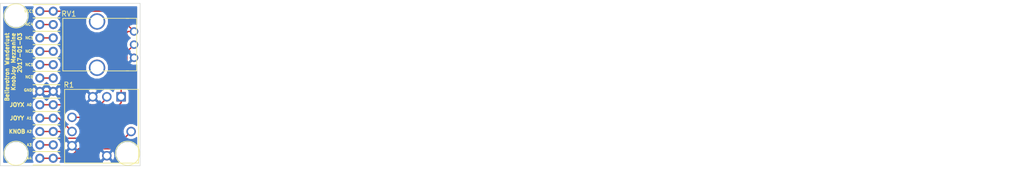
<source format=kicad_pcb>
(kicad_pcb (version 4) (host pcbnew 4.0.4-stable)

  (general
    (links 23)
    (no_connects 18)
    (area -0.050001 -31.537501 26.550001 -0.587499)
    (thickness 1.6)
    (drawings 18)
    (tracks 40)
    (zones 0)
    (modules 17)
    (nets 13)
  )

  (page A4)
  (layers
    (0 F.Cu signal)
    (31 B.Cu signal)
    (32 B.Adhes user)
    (33 F.Adhes user)
    (34 B.Paste user)
    (35 F.Paste user)
    (36 B.SilkS user)
    (37 F.SilkS user)
    (38 B.Mask user)
    (39 F.Mask user)
    (40 Dwgs.User user hide)
    (41 Cmts.User user)
    (42 Eco1.User user)
    (43 Eco2.User user)
    (44 Edge.Cuts user)
    (45 Margin user)
    (46 B.CrtYd user)
    (47 F.CrtYd user hide)
    (48 B.Fab user)
    (49 F.Fab user)
  )

  (setup
    (last_trace_width 0.25)
    (trace_clearance 0.2)
    (zone_clearance 0.508)
    (zone_45_only no)
    (trace_min 0.2)
    (segment_width 0.2)
    (edge_width 0.1)
    (via_size 0.6)
    (via_drill 0.4)
    (via_min_size 0.4)
    (via_min_drill 0.3)
    (uvia_size 0.3)
    (uvia_drill 0.1)
    (uvias_allowed no)
    (uvia_min_size 0.2)
    (uvia_min_drill 0.1)
    (pcb_text_width 0.3)
    (pcb_text_size 1.5 1.5)
    (mod_edge_width 0.15)
    (mod_text_size 1 1)
    (mod_text_width 0.15)
    (pad_size 3.3 3.3)
    (pad_drill 3.3)
    (pad_to_mask_clearance 0)
    (aux_axis_origin 0 0)
    (grid_origin 7.493 -29.9974)
    (visible_elements 7FFEFFFF)
    (pcbplotparams
      (layerselection 0x010fc_80000001)
      (usegerberextensions false)
      (excludeedgelayer true)
      (linewidth 0.100000)
      (plotframeref false)
      (viasonmask false)
      (mode 1)
      (useauxorigin false)
      (hpglpennumber 1)
      (hpglpenspeed 20)
      (hpglpendiameter 15)
      (hpglpenoverlay 2)
      (psnegative false)
      (psa4output false)
      (plotreference true)
      (plotvalue true)
      (plotinvisibletext false)
      (padsonsilk false)
      (subtractmaskfromsilk false)
      (outputformat 1)
      (mirror false)
      (drillshape 0)
      (scaleselection 1)
      (outputdirectory Believotron_Knobs_Gerber-2017-01-02/))
  )

  (net 0 "")
  (net 1 GND)
  (net 2 "Net-(A0-Pad1)")
  (net 3 "Net-(A1-Pad1)")
  (net 4 "Net-(A2-Pad1)")
  (net 5 "Net-(A3-Pad1)")
  (net 6 "Net-(A4-Pad1)")
  (net 7 "Net-(NC0-Pad1)")
  (net 8 "Net-(NC1-Pad1)")
  (net 9 "Net-(NC2-Pad1)")
  (net 10 "Net-(NC3-Pad1)")
  (net 11 "Net-(NC4-Pad1)")
  (net 12 VCC)

  (net_class Default "This is the default net class."
    (clearance 0.2)
    (trace_width 0.25)
    (via_dia 0.6)
    (via_drill 0.4)
    (uvia_dia 0.3)
    (uvia_drill 0.1)
    (add_net GND)
    (add_net "Net-(A0-Pad1)")
    (add_net "Net-(A1-Pad1)")
    (add_net "Net-(A2-Pad1)")
    (add_net "Net-(A3-Pad1)")
    (add_net "Net-(A4-Pad1)")
    (add_net "Net-(NC0-Pad1)")
    (add_net "Net-(NC1-Pad1)")
    (add_net "Net-(NC2-Pad1)")
    (add_net "Net-(NC3-Pad1)")
    (add_net "Net-(NC4-Pad1)")
    (add_net VCC)
  )

  (module Liberry:XY_JOY_254TA103B50B (layer F.Cu) (tedit 58685E56) (tstamp 586B0D4A)
    (at 20.193 -7.1374 270)
    (path /586AFA56)
    (fp_text reference R1 (at -8.86 7.2 360) (layer F.SilkS)
      (effects (font (size 1 1) (thickness 0.15)))
    )
    (fp_text value XYJOY (at 0 9 270) (layer F.Fab)
      (effects (font (size 1 1) (thickness 0.15)))
    )
    (fp_line (start 6 8) (end -8 8) (layer F.SilkS) (width 0.15))
    (fp_line (start 6 -6) (end 6 8) (layer F.SilkS) (width 0.15))
    (fp_line (start -8 -6) (end 6 -6) (layer F.SilkS) (width 0.15))
    (fp_line (start -8 8) (end -8 -6) (layer F.SilkS) (width 0.15))
    (pad R1.1 thru_hole rect (at -6.6 -2.7 270) (size 1.8 1.8) (drill 1.2) (layers *.Cu *.Mask)
      (net 12 VCC))
    (pad R1.2 thru_hole circle (at -6.6 0 270) (size 1.8 1.8) (drill 1.2) (layers *.Cu *.Mask)
      (net 2 "Net-(A0-Pad1)"))
    (pad R1.3 thru_hole circle (at -6.6 2.675 270) (size 1.8 1.8) (drill 1.2) (layers *.Cu *.Mask)
      (net 1 GND))
    (pad R2.1 thru_hole circle (at -2.7 6.6 270) (size 1.8 1.8) (drill 1.2) (layers *.Cu *.Mask)
      (net 12 VCC))
    (pad R2.2 thru_hole circle (at 0 6.6 270) (size 1.8 1.8) (drill 1.2) (layers *.Cu *.Mask)
      (net 3 "Net-(A1-Pad1)"))
    (pad R2.3 thru_hole circle (at 2.7 6.6 270) (size 1.8 1.8) (drill 1.2) (layers *.Cu *.Mask)
      (net 1 GND))
    (pad S1.1 thru_hole circle (at 4.6 0 270) (size 1.8 1.8) (drill 1.2) (layers *.Cu *.Mask)
      (net 1 GND))
    (pad S1.2 thru_hole circle (at 0 -4.6 270) (size 1.8 1.8) (drill 1.2) (layers *.Cu *.Mask)
      (net 6 "Net-(A4-Pad1)"))
  )

  (module Connect:1pin (layer F.Cu) (tedit 582F54D3) (tstamp 58336BF9)
    (at 24.13 -3)
    (descr "module 1 pin (ou trou mecanique de percage)")
    (tags DEV)
    (fp_text reference REF** (at 0 -3.048) (layer F.SilkS) hide
      (effects (font (size 1 1) (thickness 0.15)))
    )
    (fp_text value 1pin (at 0 2.794) (layer F.Fab)
      (effects (font (size 1 1) (thickness 0.15)))
    )
    (fp_circle (center 0 0) (end 0 -2.286) (layer F.SilkS) (width 0.15))
    (pad "" np_thru_hole circle (at 0 0) (size 3.3 3.3) (drill 3.3) (layers *.Cu *.Mask))
  )

  (module Liberry:TH_0.1_1x2_Jumper (layer F.Cu) (tedit 58684C64) (tstamp 586AD7B5)
    (at 7.493 -12.2174)
    (descr "10 pins through hole IDC header")
    (tags "IDC header socket VASCH")
    (path /58336F43)
    (fp_text reference A0 (at -2 0) (layer F.SilkS)
      (effects (font (size 0.5 0.5) (thickness 0.125)))
    )
    (fp_text value CONN_01X01 (at 0 2.54) (layer F.Fab)
      (effects (font (size 1 1) (thickness 0.15)))
    )
    (fp_line (start -1.27 1.27) (end 3.81 1.27) (layer F.SilkS) (width 0.15))
    (fp_line (start -1.27 -1.27) (end 3.81 -1.27) (layer F.SilkS) (width 0.15))
    (pad 1 thru_hole circle (at 0 0) (size 1.7272 1.7272) (drill 1.016) (layers *.Cu *.Mask)
      (net 2 "Net-(A0-Pad1)"))
    (pad 1 thru_hole circle (at 2.54 0) (size 1.7272 1.7272) (drill 1.016) (layers *.Cu *.Mask)
      (net 2 "Net-(A0-Pad1)"))
  )

  (module Liberry:TH_0.1_1x2_Jumper (layer F.Cu) (tedit 58684C64) (tstamp 586B0D1A)
    (at 7.493 -17.2974)
    (descr "10 pins through hole IDC header")
    (tags "IDC header socket VASCH")
    (path /586B0DC1)
    (fp_text reference NC0 (at -2 -0.2) (layer F.SilkS)
      (effects (font (size 0.5 0.5) (thickness 0.125)))
    )
    (fp_text value CONN_01X01 (at 0 2.54) (layer F.Fab)
      (effects (font (size 1 1) (thickness 0.15)))
    )
    (fp_line (start -1.27 1.27) (end 3.81 1.27) (layer F.SilkS) (width 0.15))
    (fp_line (start -1.27 -1.27) (end 3.81 -1.27) (layer F.SilkS) (width 0.15))
    (pad 1 thru_hole circle (at 0 0) (size 1.7272 1.7272) (drill 1.016) (layers *.Cu *.Mask)
      (net 7 "Net-(NC0-Pad1)"))
    (pad 1 thru_hole circle (at 2.54 0) (size 1.7272 1.7272) (drill 1.016) (layers *.Cu *.Mask)
      (net 7 "Net-(NC0-Pad1)"))
  )

  (module Liberry:TH_0.1_1x2_Jumper (layer F.Cu) (tedit 58684C64) (tstamp 586B0D22)
    (at 7.493 -19.8374)
    (descr "10 pins through hole IDC header")
    (tags "IDC header socket VASCH")
    (path /586B0E2A)
    (fp_text reference NC1 (at -2 0) (layer F.SilkS)
      (effects (font (size 0.5 0.5) (thickness 0.125)))
    )
    (fp_text value CONN_01X01 (at 0 2.54) (layer F.Fab)
      (effects (font (size 1 1) (thickness 0.15)))
    )
    (fp_line (start -1.27 1.27) (end 3.81 1.27) (layer F.SilkS) (width 0.15))
    (fp_line (start -1.27 -1.27) (end 3.81 -1.27) (layer F.SilkS) (width 0.15))
    (pad 1 thru_hole circle (at 0 0) (size 1.7272 1.7272) (drill 1.016) (layers *.Cu *.Mask)
      (net 8 "Net-(NC1-Pad1)"))
    (pad 1 thru_hole circle (at 2.54 0) (size 1.7272 1.7272) (drill 1.016) (layers *.Cu *.Mask)
      (net 8 "Net-(NC1-Pad1)"))
  )

  (module Connect:1pin (layer F.Cu) (tedit 582F54C7) (tstamp 582F547F)
    (at 3 -29.125)
    (descr "module 1 pin (ou trou mecanique de percage)")
    (tags DEV)
    (fp_text reference REF** (at 0 -3.048) (layer F.SilkS) hide
      (effects (font (size 1 1) (thickness 0.15)))
    )
    (fp_text value 1pin (at 0 2.794) (layer F.Fab)
      (effects (font (size 1 1) (thickness 0.15)))
    )
    (fp_circle (center 0 0) (end 0 -2.286) (layer F.SilkS) (width 0.15))
    (pad "" np_thru_hole circle (at 0 0) (size 3.3 3.3) (drill 3.3) (layers *.Cu *.Mask))
  )

  (module Connect:1pin (layer F.Cu) (tedit 582F54D3) (tstamp 582F5472)
    (at 3 -3)
    (descr "module 1 pin (ou trou mecanique de percage)")
    (tags DEV)
    (fp_text reference REF** (at 0 -3.048) (layer F.SilkS) hide
      (effects (font (size 1 1) (thickness 0.15)))
    )
    (fp_text value 1pin (at 0 2.794) (layer F.Fab)
      (effects (font (size 1 1) (thickness 0.15)))
    )
    (fp_circle (center 0 0) (end 0 -2.286) (layer F.SilkS) (width 0.15))
    (pad "" np_thru_hole circle (at 0 0) (size 3.3 3.3) (drill 3.3) (layers *.Cu *.Mask))
  )

  (module Liberry:TH_0.1_1x2_Jumper (layer F.Cu) (tedit 58684C64) (tstamp 586AD7BD)
    (at 7.493 -9.6774)
    (descr "10 pins through hole IDC header")
    (tags "IDC header socket VASCH")
    (path /5833717C)
    (fp_text reference A1 (at -2 0) (layer F.SilkS)
      (effects (font (size 0.5 0.5) (thickness 0.125)))
    )
    (fp_text value CONN_01X01 (at 0 2.54) (layer F.Fab)
      (effects (font (size 1 1) (thickness 0.15)))
    )
    (fp_line (start -1.27 1.27) (end 3.81 1.27) (layer F.SilkS) (width 0.15))
    (fp_line (start -1.27 -1.27) (end 3.81 -1.27) (layer F.SilkS) (width 0.15))
    (pad 1 thru_hole circle (at 0 0) (size 1.7272 1.7272) (drill 1.016) (layers *.Cu *.Mask)
      (net 3 "Net-(A1-Pad1)"))
    (pad 1 thru_hole circle (at 2.54 0) (size 1.7272 1.7272) (drill 1.016) (layers *.Cu *.Mask)
      (net 3 "Net-(A1-Pad1)"))
  )

  (module Liberry:TH_0.1_1x2_Jumper (layer F.Cu) (tedit 58684C64) (tstamp 586AD7C5)
    (at 7.493 -7.1374)
    (descr "10 pins through hole IDC header")
    (tags "IDC header socket VASCH")
    (path /58337609)
    (fp_text reference A2 (at -2 0) (layer F.SilkS)
      (effects (font (size 0.5 0.5) (thickness 0.125)))
    )
    (fp_text value CONN_01X01 (at 0 2.54) (layer F.Fab)
      (effects (font (size 1 1) (thickness 0.15)))
    )
    (fp_line (start -1.27 1.27) (end 3.81 1.27) (layer F.SilkS) (width 0.15))
    (fp_line (start -1.27 -1.27) (end 3.81 -1.27) (layer F.SilkS) (width 0.15))
    (pad 1 thru_hole circle (at 0 0) (size 1.7272 1.7272) (drill 1.016) (layers *.Cu *.Mask)
      (net 4 "Net-(A2-Pad1)"))
    (pad 1 thru_hole circle (at 2.54 0) (size 1.7272 1.7272) (drill 1.016) (layers *.Cu *.Mask)
      (net 4 "Net-(A2-Pad1)"))
  )

  (module Liberry:TH_0.1_1x2_Jumper (layer F.Cu) (tedit 58684C64) (tstamp 586AD7CD)
    (at 7.493 -4.5974)
    (descr "10 pins through hole IDC header")
    (tags "IDC header socket VASCH")
    (path /58337619)
    (fp_text reference A3 (at -2 0) (layer F.SilkS)
      (effects (font (size 0.5 0.5) (thickness 0.125)))
    )
    (fp_text value CONN_01X01 (at 0 2.54) (layer F.Fab)
      (effects (font (size 1 1) (thickness 0.15)))
    )
    (fp_line (start -1.27 1.27) (end 3.81 1.27) (layer F.SilkS) (width 0.15))
    (fp_line (start -1.27 -1.27) (end 3.81 -1.27) (layer F.SilkS) (width 0.15))
    (pad 1 thru_hole circle (at 0 0) (size 1.7272 1.7272) (drill 1.016) (layers *.Cu *.Mask)
      (net 5 "Net-(A3-Pad1)"))
    (pad 1 thru_hole circle (at 2.54 0) (size 1.7272 1.7272) (drill 1.016) (layers *.Cu *.Mask)
      (net 5 "Net-(A3-Pad1)"))
  )

  (module Liberry:TH_0.1_1x2_Jumper (layer F.Cu) (tedit 58684C64) (tstamp 586AD7D5)
    (at 7.493 -2.0574)
    (descr "10 pins through hole IDC header")
    (tags "IDC header socket VASCH")
    (path /58337C21)
    (fp_text reference A4 (at -2 0) (layer F.SilkS)
      (effects (font (size 0.5 0.5) (thickness 0.125)))
    )
    (fp_text value CONN_01X01 (at 0 2.54) (layer F.Fab)
      (effects (font (size 1 1) (thickness 0.15)))
    )
    (fp_line (start -1.27 1.27) (end 3.81 1.27) (layer F.SilkS) (width 0.15))
    (fp_line (start -1.27 -1.27) (end 3.81 -1.27) (layer F.SilkS) (width 0.15))
    (pad 1 thru_hole circle (at 0 0) (size 1.7272 1.7272) (drill 1.016) (layers *.Cu *.Mask)
      (net 6 "Net-(A4-Pad1)"))
    (pad 1 thru_hole circle (at 2.54 0) (size 1.7272 1.7272) (drill 1.016) (layers *.Cu *.Mask)
      (net 6 "Net-(A4-Pad1)"))
  )

  (module Liberry:TH_0.1_1x2_Jumper (layer F.Cu) (tedit 58684C64) (tstamp 586B0D12)
    (at 7.493 -14.7574)
    (descr "10 pins through hole IDC header")
    (tags "IDC header socket VASCH")
    (path /582EB90D)
    (fp_text reference GND1 (at -2 -0.24) (layer F.SilkS)
      (effects (font (size 0.5 0.5) (thickness 0.125)))
    )
    (fp_text value CONN_01X01 (at 0 2.54) (layer F.Fab)
      (effects (font (size 1 1) (thickness 0.15)))
    )
    (fp_line (start -1.27 1.27) (end 3.81 1.27) (layer F.SilkS) (width 0.15))
    (fp_line (start -1.27 -1.27) (end 3.81 -1.27) (layer F.SilkS) (width 0.15))
    (pad 1 thru_hole circle (at 0 0) (size 1.7272 1.7272) (drill 1.016) (layers *.Cu *.Mask)
      (net 1 GND))
    (pad 1 thru_hole circle (at 2.54 0) (size 1.7272 1.7272) (drill 1.016) (layers *.Cu *.Mask)
      (net 1 GND))
  )

  (module Liberry:TH_0.1_1x2_Jumper (layer F.Cu) (tedit 58684C64) (tstamp 586B0D2A)
    (at 7.493 -22.3774)
    (descr "10 pins through hole IDC header")
    (tags "IDC header socket VASCH")
    (path /586B0E63)
    (fp_text reference NC2 (at -2 0) (layer F.SilkS)
      (effects (font (size 0.5 0.5) (thickness 0.125)))
    )
    (fp_text value CONN_01X01 (at 0 2.54) (layer F.Fab)
      (effects (font (size 1 1) (thickness 0.15)))
    )
    (fp_line (start -1.27 1.27) (end 3.81 1.27) (layer F.SilkS) (width 0.15))
    (fp_line (start -1.27 -1.27) (end 3.81 -1.27) (layer F.SilkS) (width 0.15))
    (pad 1 thru_hole circle (at 0 0) (size 1.7272 1.7272) (drill 1.016) (layers *.Cu *.Mask)
      (net 9 "Net-(NC2-Pad1)"))
    (pad 1 thru_hole circle (at 2.54 0) (size 1.7272 1.7272) (drill 1.016) (layers *.Cu *.Mask)
      (net 9 "Net-(NC2-Pad1)"))
  )

  (module Liberry:TH_0.1_1x2_Jumper (layer F.Cu) (tedit 58684C64) (tstamp 586B0D32)
    (at 7.493 -24.9174)
    (descr "10 pins through hole IDC header")
    (tags "IDC header socket VASCH")
    (path /586B0E9B)
    (fp_text reference NC3 (at -2 0) (layer F.SilkS)
      (effects (font (size 0.5 0.5) (thickness 0.125)))
    )
    (fp_text value CONN_01X01 (at 0 2.54) (layer F.Fab)
      (effects (font (size 1 1) (thickness 0.15)))
    )
    (fp_line (start -1.27 1.27) (end 3.81 1.27) (layer F.SilkS) (width 0.15))
    (fp_line (start -1.27 -1.27) (end 3.81 -1.27) (layer F.SilkS) (width 0.15))
    (pad 1 thru_hole circle (at 0 0) (size 1.7272 1.7272) (drill 1.016) (layers *.Cu *.Mask)
      (net 10 "Net-(NC3-Pad1)"))
    (pad 1 thru_hole circle (at 2.54 0) (size 1.7272 1.7272) (drill 1.016) (layers *.Cu *.Mask)
      (net 10 "Net-(NC3-Pad1)"))
  )

  (module Liberry:TH_0.1_1x2_Jumper (layer F.Cu) (tedit 58684C64) (tstamp 586B0D3A)
    (at 7.493 -27.4574)
    (descr "10 pins through hole IDC header")
    (tags "IDC header socket VASCH")
    (path /586B0EF4)
    (fp_text reference NC4 (at -2 -0.04) (layer F.SilkS)
      (effects (font (size 0.5 0.5) (thickness 0.125)))
    )
    (fp_text value CONN_01X01 (at 0 2.54) (layer F.Fab)
      (effects (font (size 1 1) (thickness 0.15)))
    )
    (fp_line (start -1.27 1.27) (end 3.81 1.27) (layer F.SilkS) (width 0.15))
    (fp_line (start -1.27 -1.27) (end 3.81 -1.27) (layer F.SilkS) (width 0.15))
    (pad 1 thru_hole circle (at 0 0) (size 1.7272 1.7272) (drill 1.016) (layers *.Cu *.Mask)
      (net 11 "Net-(NC4-Pad1)"))
    (pad 1 thru_hole circle (at 2.54 0) (size 1.7272 1.7272) (drill 1.016) (layers *.Cu *.Mask)
      (net 11 "Net-(NC4-Pad1)"))
  )

  (module Liberry:TH_0.1_1x2_Jumper (layer F.Cu) (tedit 58684C64) (tstamp 586B0D62)
    (at 7.493 -29.9974)
    (descr "10 pins through hole IDC header")
    (tags "IDC header socket VASCH")
    (path /586B0577)
    (fp_text reference VCC1 (at -2 0) (layer F.SilkS)
      (effects (font (size 0.5 0.5) (thickness 0.125)))
    )
    (fp_text value CONN_01X01 (at 0 2.54) (layer F.Fab)
      (effects (font (size 1 1) (thickness 0.15)))
    )
    (fp_line (start -1.27 1.27) (end 3.81 1.27) (layer F.SilkS) (width 0.15))
    (fp_line (start -1.27 -1.27) (end 3.81 -1.27) (layer F.SilkS) (width 0.15))
    (pad 1 thru_hole circle (at 0 0) (size 1.7272 1.7272) (drill 1.016) (layers *.Cu *.Mask)
      (net 12 VCC))
    (pad 1 thru_hole circle (at 2.54 0) (size 1.7272 1.7272) (drill 1.016) (layers *.Cu *.Mask)
      (net 12 VCC))
  )

  (module Liberry:RV09AF-40-20K-B10K (layer F.Cu) (tedit 582DFFE1) (tstamp 586C15BD)
    (at 18.3388 -23.6474 90)
    (path /586C01BF)
    (fp_text reference RV1 (at 5.85 -5.3458 180) (layer F.SilkS)
      (effects (font (size 1 1) (thickness 0.15)))
    )
    (fp_text value POT (at 1 9.5052 90) (layer F.Fab)
      (effects (font (size 1 1) (thickness 0.15)))
    )
    (fp_line (start 7.5 -8.9948) (end -7.5 -8.9948) (layer F.CrtYd) (width 0.15))
    (fp_line (start 7.5 8.5052) (end 7.5 -8.9948) (layer F.CrtYd) (width 0.15))
    (fp_line (start -7.5 8.5052) (end 7.5 8.5052) (layer F.CrtYd) (width 0.15))
    (fp_line (start -7.5 -8.9948) (end -7.5 8.5052) (layer F.CrtYd) (width 0.15))
    (fp_line (start -5 7.5052) (end -5 5.5052) (layer F.SilkS) (width 0.15))
    (fp_line (start 5 7.5052) (end 5 5.5052) (layer F.SilkS) (width 0.15))
    (fp_line (start -5 6.0052) (end -5 -6.4948) (layer F.SilkS) (width 0.15))
    (fp_line (start 5 7.5052) (end -5 7.5052) (layer F.SilkS) (width 0.15))
    (fp_line (start 5 -6.4948) (end 5 6.0052) (layer F.SilkS) (width 0.15))
    (fp_line (start -5 -6.4948) (end 5 -6.4948) (layer F.SilkS) (width 0.15))
    (pad "" thru_hole circle (at -4.3942 0 90) (size 3.1 3.1) (drill 2.5) (layers *.Cu *.Mask))
    (pad "" thru_hole circle (at 4.3942 0 90) (size 3.1 3.1) (drill 2.5) (layers *.Cu *.Mask))
    (pad 3 thru_hole circle (at -2.5 7.0104 90) (size 1.6 1.6) (drill 1) (layers *.Cu *.Mask)
      (net 1 GND))
    (pad 2 thru_hole circle (at 0 7.0104 90) (size 1.6 1.6) (drill 1) (layers *.Cu *.Mask)
      (net 4 "Net-(A2-Pad1)"))
    (pad 1 thru_hole circle (at 2.5 7.0104 90) (size 1.6 1.6) (drill 1) (layers *.Cu *.Mask)
      (net 12 VCC))
  )

  (gr_text KNOB (at 3.175 -7.1374) (layer F.SilkS) (tstamp 586C16E4)
    (effects (font (size 0.75 0.75) (thickness 0.1875)))
  )
  (gr_text JOYY (at 3.175 -9.6774) (layer F.SilkS) (tstamp 586C16DD)
    (effects (font (size 0.75 0.75) (thickness 0.1875)))
  )
  (gr_text JOYX (at 3.175 -12.2174) (layer F.SilkS)
    (effects (font (size 0.75 0.75) (thickness 0.1875)))
  )
  (gr_text "Believotron Wanderlust\nKnobJoy Mezzanine\n2017-01-03" (at 2.493 -25.9974 90) (layer F.SilkS)
    (effects (font (size 0.75 0.75) (thickness 0.1875)) (justify right))
  )
  (gr_line (start 185.76 -32.1253) (end 25.76 -32.1253) (layer Dwgs.User) (width 0.2))
  (gr_line (start 25.76 -0.0001) (end 25.76 -32.1253) (layer Dwgs.User) (width 0.2))
  (gr_line (start 45.76 -32.1253) (end 45.76 -0.0001) (layer Dwgs.User) (width 0.2))
  (gr_line (start 65.76 -32.1253) (end 65.76 -0.0001) (layer Dwgs.User) (width 0.2))
  (gr_line (start 85.76 -0.0001) (end 85.76 -32.1253) (layer Dwgs.User) (width 0.2))
  (gr_line (start 105.76 -32.1253) (end 105.76 -0.0001) (layer Dwgs.User) (width 0.2))
  (gr_line (start 125.76 -0.0001) (end 125.76 -32.1253) (layer Dwgs.User) (width 0.2))
  (gr_line (start 145.76 -0.0001) (end 145.76 -32.1253) (layer Dwgs.User) (width 0.2))
  (gr_line (start 165.76 -0.0001) (end 165.76 -32.1253) (layer Dwgs.User) (width 0.2))
  (gr_line (start 185.76 -32.25) (end 185.76 0) (layer Dwgs.User) (width 0.2))
  (gr_line (start 26.5 -0.6375) (end 26.5 -31.4875) (layer Edge.Cuts) (width 0.1))
  (gr_line (start 0 -31.4875) (end 26.5 -31.4875) (layer Edge.Cuts) (width 0.1))
  (gr_line (start 0 -0.6375) (end 0 -31.4875) (layer Edge.Cuts) (width 0.1))
  (gr_line (start 0 -0.6375) (end 26.5 -0.6375) (layer Edge.Cuts) (width 0.1))

  (segment (start 7.493 -14.7574) (end 10.033 -14.7574) (width 0.25) (layer F.Cu) (net 1))
  (segment (start 20.193 -13.7374) (end 20.193 -13.4874) (width 0.25) (layer F.Cu) (net 2))
  (segment (start 20.193 -13.4874) (end 18.923 -12.2174) (width 0.25) (layer F.Cu) (net 2))
  (segment (start 18.923 -12.2174) (end 10.033 -12.2174) (width 0.25) (layer F.Cu) (net 2))
  (segment (start 7.493 -12.2174) (end 10.033 -12.2174) (width 0.25) (layer F.Cu) (net 2))
  (segment (start 13.593 -7.1374) (end 11.053 -9.6774) (width 0.25) (layer F.Cu) (net 3))
  (segment (start 11.053 -9.6774) (end 10.033 -9.6774) (width 0.25) (layer F.Cu) (net 3))
  (segment (start 7.493 -9.6774) (end 10.033 -9.6774) (width 0.25) (layer F.Cu) (net 3))
  (segment (start 25.3492 -23.6474) (end 24.003 -22.3012) (width 0.25) (layer F.Cu) (net 4))
  (segment (start 24.003 -16.7894) (end 25.273 -15.5194) (width 0.25) (layer F.Cu) (net 4))
  (segment (start 25.273 -15.5194) (end 25.273 -11.9634) (width 0.25) (layer F.Cu) (net 4))
  (segment (start 24.003 -22.3012) (end 24.003 -16.7894) (width 0.25) (layer F.Cu) (net 4))
  (segment (start 25.273 -11.9634) (end 19.177 -5.8674) (width 0.25) (layer F.Cu) (net 4))
  (segment (start 19.177 -5.8674) (end 12.573 -5.8674) (width 0.25) (layer F.Cu) (net 4))
  (segment (start 12.573 -5.8674) (end 11.303 -7.1374) (width 0.25) (layer F.Cu) (net 4))
  (segment (start 11.303 -7.1374) (end 10.033 -7.1374) (width 0.25) (layer F.Cu) (net 4))
  (segment (start 7.493 -7.1374) (end 10.033 -7.1374) (width 0.25) (layer F.Cu) (net 4))
  (segment (start 7.493 -4.5974) (end 10.033 -4.5974) (width 0.25) (layer F.Cu) (net 5))
  (segment (start 24.793 -7.1374) (end 21.504999 -3.849399) (width 0.25) (layer F.Cu) (net 6))
  (segment (start 21.504999 -3.849399) (end 14.818001 -3.849399) (width 0.25) (layer F.Cu) (net 6))
  (segment (start 14.818001 -3.849399) (end 13.026002 -2.0574) (width 0.25) (layer F.Cu) (net 6))
  (segment (start 13.026002 -2.0574) (end 11.254314 -2.0574) (width 0.25) (layer F.Cu) (net 6))
  (segment (start 11.254314 -2.0574) (end 10.033 -2.0574) (width 0.25) (layer F.Cu) (net 6))
  (segment (start 7.493 -2.0574) (end 10.033 -2.0574) (width 0.25) (layer F.Cu) (net 6))
  (segment (start 7.493 -17.2974) (end 10.033 -17.2974) (width 0.25) (layer F.Cu) (net 7))
  (segment (start 7.493 -19.8374) (end 10.033 -19.8374) (width 0.25) (layer F.Cu) (net 8))
  (segment (start 7.493 -22.3774) (end 10.033 -22.3774) (width 0.25) (layer F.Cu) (net 9))
  (segment (start 7.493 -24.9174) (end 10.033 -24.9174) (width 0.25) (layer F.Cu) (net 10))
  (segment (start 7.493 -27.4574) (end 10.033 -27.4574) (width 0.25) (layer F.Cu) (net 11))
  (segment (start 22.893 -13.7374) (end 22.893 -12.5874) (width 0.25) (layer F.Cu) (net 12))
  (segment (start 20.143 -9.8374) (end 14.865792 -9.8374) (width 0.25) (layer F.Cu) (net 12))
  (segment (start 22.893 -12.5874) (end 20.143 -9.8374) (width 0.25) (layer F.Cu) (net 12))
  (segment (start 14.865792 -9.8374) (end 13.593 -9.8374) (width 0.25) (layer F.Cu) (net 12))
  (segment (start 25.3492 -26.1474) (end 24.21783 -26.1474) (width 0.25) (layer F.Cu) (net 12))
  (segment (start 24.21783 -26.1474) (end 22.893 -24.82257) (width 0.25) (layer F.Cu) (net 12))
  (segment (start 22.893 -24.82257) (end 22.893 -14.8874) (width 0.25) (layer F.Cu) (net 12))
  (segment (start 22.893 -14.8874) (end 22.893 -13.7374) (width 0.25) (layer F.Cu) (net 12))
  (segment (start 10.033 -29.9974) (end 21.4992 -29.9974) (width 0.25) (layer F.Cu) (net 12))
  (segment (start 21.4992 -29.9974) (end 25.3492 -26.1474) (width 0.25) (layer F.Cu) (net 12))
  (segment (start 7.493 -29.9974) (end 10.033 -29.9974) (width 0.25) (layer F.Cu) (net 12))

  (zone (net 1) (net_name GND) (layer B.Cu) (tstamp 0) (hatch edge 0.508)
    (connect_pads (clearance 0.508))
    (min_thickness 0.254)
    (fill yes (arc_segments 16) (thermal_gap 0.508) (thermal_bridge_width 0.508))
    (polygon
      (pts
        (xy 0 0) (xy 193.96 0) (xy 193.96 -32.125) (xy 0 -32.125)
      )
    )
    (filled_polygon
      (pts
        (xy 1.064001 -30.421039) (xy 0.715397 -29.581509) (xy 0.714604 -28.672479) (xy 1.061742 -27.832342) (xy 1.703961 -27.189001)
        (xy 2.543491 -26.840397) (xy 3.452521 -26.839604) (xy 4.292658 -27.186742) (xy 4.935999 -27.828961) (xy 5.284603 -28.668491)
        (xy 5.285396 -29.577521) (xy 4.938258 -30.417658) (xy 4.554087 -30.8025) (xy 6.204647 -30.8025) (xy 5.994661 -30.296798)
        (xy 5.994141 -29.700618) (xy 6.221808 -29.14962) (xy 6.643003 -28.72769) (xy 6.643931 -28.727305) (xy 6.22329 -28.307397)
        (xy 5.994661 -27.756798) (xy 5.994141 -27.160618) (xy 6.221808 -26.60962) (xy 6.643003 -26.18769) (xy 6.643931 -26.187305)
        (xy 6.22329 -25.767397) (xy 5.994661 -25.216798) (xy 5.994141 -24.620618) (xy 6.221808 -24.06962) (xy 6.643003 -23.64769)
        (xy 6.643931 -23.647305) (xy 6.22329 -23.227397) (xy 5.994661 -22.676798) (xy 5.994141 -22.080618) (xy 6.221808 -21.52962)
        (xy 6.643003 -21.10769) (xy 6.643931 -21.107305) (xy 6.22329 -20.687397) (xy 5.994661 -20.136798) (xy 5.994141 -19.540618)
        (xy 6.221808 -18.98962) (xy 6.643003 -18.56769) (xy 6.643931 -18.567305) (xy 6.22329 -18.147397) (xy 5.994661 -17.596798)
        (xy 5.994141 -17.000618) (xy 6.221808 -16.44962) (xy 6.643003 -16.02769) (xy 6.683537 -16.010859) (xy 6.6188 -15.811205)
        (xy 7.493 -14.937005) (xy 8.3672 -15.811205) (xy 8.302601 -16.010433) (xy 8.34078 -16.026208) (xy 8.76271 -16.447403)
        (xy 8.763095 -16.448331) (xy 9.183003 -16.02769) (xy 9.223537 -16.010859) (xy 9.1588 -15.811205) (xy 10.033 -14.937005)
        (xy 10.9072 -15.811205) (xy 10.842601 -16.010433) (xy 10.88078 -16.026208) (xy 11.30271 -16.447403) (xy 11.531339 -16.998002)
        (xy 11.531859 -17.594182) (xy 11.304192 -18.14518) (xy 10.882997 -18.56711) (xy 10.882069 -18.567495) (xy 11.135498 -18.820483)
        (xy 16.153421 -18.820483) (xy 16.485367 -18.017114) (xy 17.099481 -17.401927) (xy 17.90227 -17.06858) (xy 18.771517 -17.067821)
        (xy 19.574886 -17.399767) (xy 20.190073 -18.013881) (xy 20.52342 -18.81667) (xy 20.524179 -19.685917) (xy 20.192233 -20.489286)
        (xy 19.578119 -21.104473) (xy 18.952683 -21.364177) (xy 23.902235 -21.364177) (xy 23.929422 -20.793946) (xy 24.095336 -20.393395)
        (xy 24.341455 -20.319261) (xy 25.169595 -21.1474) (xy 24.341455 -21.975539) (xy 24.095336 -21.901405) (xy 23.902235 -21.364177)
        (xy 18.952683 -21.364177) (xy 18.77533 -21.43782) (xy 17.906083 -21.438579) (xy 17.102714 -21.106633) (xy 16.487527 -20.492519)
        (xy 16.15418 -19.68973) (xy 16.153421 -18.820483) (xy 11.135498 -18.820483) (xy 11.30271 -18.987403) (xy 11.531339 -19.538002)
        (xy 11.531859 -20.134182) (xy 11.304192 -20.68518) (xy 10.882997 -21.10711) (xy 10.882069 -21.107495) (xy 11.30271 -21.527403)
        (xy 11.531339 -22.078002) (xy 11.531859 -22.674182) (xy 11.304192 -23.22518) (xy 10.882997 -23.64711) (xy 10.882069 -23.647495)
        (xy 11.30271 -24.067403) (xy 11.531339 -24.618002) (xy 11.531859 -25.214182) (xy 11.304192 -25.76518) (xy 10.882997 -26.18711)
        (xy 10.882069 -26.187495) (xy 11.30271 -26.607403) (xy 11.531339 -27.158002) (xy 11.531732 -27.608883) (xy 16.153421 -27.608883)
        (xy 16.485367 -26.805514) (xy 17.099481 -26.190327) (xy 17.90227 -25.85698) (xy 18.771517 -25.856221) (xy 19.574886 -26.188167)
        (xy 20.190073 -26.802281) (xy 20.52342 -27.60507) (xy 20.524179 -28.474317) (xy 20.192233 -29.277686) (xy 19.578119 -29.892873)
        (xy 18.77533 -30.22622) (xy 17.906083 -30.226979) (xy 17.102714 -29.895033) (xy 16.487527 -29.280919) (xy 16.15418 -28.47813)
        (xy 16.153421 -27.608883) (xy 11.531732 -27.608883) (xy 11.531859 -27.754182) (xy 11.304192 -28.30518) (xy 10.882997 -28.72711)
        (xy 10.882069 -28.727495) (xy 11.30271 -29.147403) (xy 11.531339 -29.698002) (xy 11.531859 -30.294182) (xy 11.321827 -30.8025)
        (xy 25.815 -30.8025) (xy 25.815 -27.507777) (xy 25.635891 -27.58215) (xy 25.065013 -27.582648) (xy 24.5374 -27.364643)
        (xy 24.133376 -26.961323) (xy 23.91445 -26.434091) (xy 23.913952 -25.863213) (xy 24.131957 -25.3356) (xy 24.535277 -24.931576)
        (xy 24.617131 -24.897587) (xy 24.5374 -24.864643) (xy 24.133376 -24.461323) (xy 23.91445 -23.934091) (xy 23.913952 -23.363213)
        (xy 24.131957 -22.8356) (xy 24.535277 -22.431576) (xy 24.601744 -22.403977) (xy 24.595195 -22.401264) (xy 24.521061 -22.155145)
        (xy 25.3492 -21.327005) (xy 25.363342 -21.341148) (xy 25.542948 -21.161543) (xy 25.528805 -21.1474) (xy 25.542948 -21.133258)
        (xy 25.363342 -20.953652) (xy 25.3492 -20.967795) (xy 24.521061 -20.139655) (xy 24.595195 -19.893536) (xy 25.132423 -19.700435)
        (xy 25.702654 -19.727622) (xy 25.815 -19.774157) (xy 25.815 -8.286329) (xy 25.663643 -8.437951) (xy 25.09967 -8.672133)
        (xy 24.489009 -8.672665) (xy 23.924629 -8.439468) (xy 23.492449 -8.008043) (xy 23.258267 -7.44407) (xy 23.257735 -6.833409)
        (xy 23.490932 -6.269029) (xy 23.922357 -5.836849) (xy 24.48633 -5.602667) (xy 25.096991 -5.602135) (xy 25.661371 -5.835332)
        (xy 25.815 -5.988693) (xy 25.815 -4.546358) (xy 25.426039 -4.935999) (xy 24.586509 -5.284603) (xy 23.677479 -5.285396)
        (xy 22.837342 -4.938258) (xy 22.194001 -4.296039) (xy 21.845397 -3.456509) (xy 21.844604 -2.547479) (xy 22.191742 -1.707342)
        (xy 22.575913 -1.3225) (xy 21.048162 -1.3225) (xy 21.093554 -1.457241) (xy 20.193 -2.357795) (xy 19.292446 -1.457241)
        (xy 19.337838 -1.3225) (xy 11.350503 -1.3225) (xy 11.531339 -1.758002) (xy 11.531859 -2.354182) (xy 11.356716 -2.778064)
        (xy 18.646542 -2.778064) (xy 18.672161 -2.16794) (xy 18.856357 -1.723252) (xy 19.112841 -1.636846) (xy 20.013395 -2.5374)
        (xy 20.372605 -2.5374) (xy 21.273159 -1.636846) (xy 21.529643 -1.723252) (xy 21.739458 -2.296736) (xy 21.713839 -2.90686)
        (xy 21.529643 -3.351548) (xy 21.273159 -3.437954) (xy 20.372605 -2.5374) (xy 20.013395 -2.5374) (xy 19.112841 -3.437954)
        (xy 18.856357 -3.351548) (xy 18.646542 -2.778064) (xy 11.356716 -2.778064) (xy 11.304192 -2.90518) (xy 10.882997 -3.32711)
        (xy 10.882069 -3.327495) (xy 10.911866 -3.357241) (xy 12.692446 -3.357241) (xy 12.778852 -3.100757) (xy 13.352336 -2.890942)
        (xy 13.96246 -2.916561) (xy 14.407148 -3.100757) (xy 14.493554 -3.357241) (xy 13.593 -4.257795) (xy 12.692446 -3.357241)
        (xy 10.911866 -3.357241) (xy 11.30271 -3.747403) (xy 11.531339 -4.298002) (xy 11.53167 -4.678064) (xy 12.046542 -4.678064)
        (xy 12.072161 -4.06794) (xy 12.256357 -3.623252) (xy 12.512841 -3.536846) (xy 13.413395 -4.4374) (xy 13.772605 -4.4374)
        (xy 14.673159 -3.536846) (xy 14.912744 -3.617559) (xy 19.292446 -3.617559) (xy 20.193 -2.717005) (xy 21.093554 -3.617559)
        (xy 21.007148 -3.874043) (xy 20.433664 -4.083858) (xy 19.82354 -4.058239) (xy 19.378852 -3.874043) (xy 19.292446 -3.617559)
        (xy 14.912744 -3.617559) (xy 14.929643 -3.623252) (xy 15.139458 -4.196736) (xy 15.113839 -4.80686) (xy 14.929643 -5.251548)
        (xy 14.673159 -5.337954) (xy 13.772605 -4.4374) (xy 13.413395 -4.4374) (xy 12.512841 -5.337954) (xy 12.256357 -5.251548)
        (xy 12.046542 -4.678064) (xy 11.53167 -4.678064) (xy 11.531859 -4.894182) (xy 11.304192 -5.44518) (xy 10.882997 -5.86711)
        (xy 10.882069 -5.867495) (xy 11.30271 -6.287403) (xy 11.531339 -6.838002) (xy 11.531859 -7.434182) (xy 11.304192 -7.98518)
        (xy 10.882997 -8.40711) (xy 10.882069 -8.407495) (xy 11.30271 -8.827403) (xy 11.531339 -9.378002) (xy 11.531474 -9.533409)
        (xy 12.057735 -9.533409) (xy 12.290932 -8.969029) (xy 12.722357 -8.536849) (xy 12.841039 -8.487568) (xy 12.724629 -8.439468)
        (xy 12.292449 -8.008043) (xy 12.058267 -7.44407) (xy 12.057735 -6.833409) (xy 12.290932 -6.269029) (xy 12.722357 -5.836849)
        (xy 12.82629 -5.793692) (xy 12.778852 -5.774043) (xy 12.692446 -5.517559) (xy 13.593 -4.617005) (xy 14.493554 -5.517559)
        (xy 14.407148 -5.774043) (xy 14.357235 -5.792304) (xy 14.461371 -5.835332) (xy 14.893551 -6.266757) (xy 15.127733 -6.83073)
        (xy 15.128265 -7.441391) (xy 14.895068 -8.005771) (xy 14.463643 -8.437951) (xy 14.344961 -8.487232) (xy 14.461371 -8.535332)
        (xy 14.893551 -8.966757) (xy 15.127733 -9.53073) (xy 15.128265 -10.141391) (xy 14.895068 -10.705771) (xy 14.463643 -11.137951)
        (xy 13.89967 -11.372133) (xy 13.289009 -11.372665) (xy 12.724629 -11.139468) (xy 12.292449 -10.708043) (xy 12.058267 -10.14407)
        (xy 12.057735 -9.533409) (xy 11.531474 -9.533409) (xy 11.531859 -9.974182) (xy 11.304192 -10.52518) (xy 10.882997 -10.94711)
        (xy 10.882069 -10.947495) (xy 11.30271 -11.367403) (xy 11.531339 -11.918002) (xy 11.531859 -12.514182) (xy 11.472749 -12.657241)
        (xy 16.617446 -12.657241) (xy 16.703852 -12.400757) (xy 17.277336 -12.190942) (xy 17.88746 -12.216561) (xy 18.332148 -12.400757)
        (xy 18.418554 -12.657241) (xy 17.518 -13.557795) (xy 16.617446 -12.657241) (xy 11.472749 -12.657241) (xy 11.304192 -13.06518)
        (xy 10.882997 -13.48711) (xy 10.842463 -13.503941) (xy 10.9072 -13.703595) (xy 10.033 -14.577795) (xy 9.1588 -13.703595)
        (xy 9.223399 -13.504367) (xy 9.18522 -13.488592) (xy 8.76329 -13.067397) (xy 8.762905 -13.066469) (xy 8.342997 -13.48711)
        (xy 8.302463 -13.503941) (xy 8.3672 -13.703595) (xy 7.493 -14.577795) (xy 6.6188 -13.703595) (xy 6.683399 -13.504367)
        (xy 6.64522 -13.488592) (xy 6.22329 -13.067397) (xy 5.994661 -12.516798) (xy 5.994141 -11.920618) (xy 6.221808 -11.36962)
        (xy 6.643003 -10.94769) (xy 6.643931 -10.947305) (xy 6.22329 -10.527397) (xy 5.994661 -9.976798) (xy 5.994141 -9.380618)
        (xy 6.221808 -8.82962) (xy 6.643003 -8.40769) (xy 6.643931 -8.407305) (xy 6.22329 -7.987397) (xy 5.994661 -7.436798)
        (xy 5.994141 -6.840618) (xy 6.221808 -6.28962) (xy 6.643003 -5.86769) (xy 6.643931 -5.867305) (xy 6.22329 -5.447397)
        (xy 5.994661 -4.896798) (xy 5.994141 -4.300618) (xy 6.221808 -3.74962) (xy 6.643003 -3.32769) (xy 6.643931 -3.327305)
        (xy 6.22329 -2.907397) (xy 5.994661 -2.356798) (xy 5.994141 -1.760618) (xy 6.175167 -1.3225) (xy 4.553872 -1.3225)
        (xy 4.935999 -1.703961) (xy 5.284603 -2.543491) (xy 5.285396 -3.452521) (xy 4.938258 -4.292658) (xy 4.296039 -4.935999)
        (xy 3.456509 -5.284603) (xy 2.547479 -5.285396) (xy 1.707342 -4.938258) (xy 1.064001 -4.296039) (xy 0.715397 -3.456509)
        (xy 0.714604 -2.547479) (xy 1.061742 -1.707342) (xy 1.445913 -1.3225) (xy 0.685 -1.3225) (xy 0.685 -14.98937)
        (xy 5.982752 -14.98937) (xy 6.008942 -14.393765) (xy 6.186484 -13.965141) (xy 6.439195 -13.8832) (xy 7.313395 -14.7574)
        (xy 7.672605 -14.7574) (xy 8.546805 -13.8832) (xy 8.763 -13.953301) (xy 8.979195 -13.8832) (xy 9.853395 -14.7574)
        (xy 10.212605 -14.7574) (xy 11.086805 -13.8832) (xy 11.339516 -13.965141) (xy 11.344215 -13.978064) (xy 15.971542 -13.978064)
        (xy 15.997161 -13.36794) (xy 16.181357 -12.923252) (xy 16.437841 -12.836846) (xy 17.338395 -13.7374) (xy 17.697605 -13.7374)
        (xy 18.598159 -12.836846) (xy 18.854643 -12.923252) (xy 18.861163 -12.941074) (xy 18.890932 -12.869029) (xy 19.322357 -12.436849)
        (xy 19.88633 -12.202667) (xy 20.496991 -12.202135) (xy 21.061371 -12.435332) (xy 21.364312 -12.737743) (xy 21.389838 -12.602083)
        (xy 21.52891 -12.385959) (xy 21.74111 -12.240969) (xy 21.993 -12.18996) (xy 23.793 -12.18996) (xy 24.028317 -12.234238)
        (xy 24.244441 -12.37331) (xy 24.389431 -12.58551) (xy 24.44044 -12.8374) (xy 24.44044 -14.6374) (xy 24.396162 -14.872717)
        (xy 24.25709 -15.088841) (xy 24.04489 -15.233831) (xy 23.793 -15.28484) (xy 21.993 -15.28484) (xy 21.757683 -15.240562)
        (xy 21.541559 -15.10149) (xy 21.396569 -14.88929) (xy 21.365449 -14.735616) (xy 21.063643 -15.037951) (xy 20.49967 -15.272133)
        (xy 19.889009 -15.272665) (xy 19.324629 -15.039468) (xy 18.892449 -14.608043) (xy 18.861808 -14.534251) (xy 18.854643 -14.551548)
        (xy 18.598159 -14.637954) (xy 17.697605 -13.7374) (xy 17.338395 -13.7374) (xy 16.437841 -14.637954) (xy 16.181357 -14.551548)
        (xy 15.971542 -13.978064) (xy 11.344215 -13.978064) (xy 11.543248 -14.52543) (xy 11.530403 -14.817559) (xy 16.617446 -14.817559)
        (xy 17.518 -13.917005) (xy 18.418554 -14.817559) (xy 18.332148 -15.074043) (xy 17.758664 -15.283858) (xy 17.14854 -15.258239)
        (xy 16.703852 -15.074043) (xy 16.617446 -14.817559) (xy 11.530403 -14.817559) (xy 11.517058 -15.121035) (xy 11.339516 -15.549659)
        (xy 11.086805 -15.6316) (xy 10.212605 -14.7574) (xy 9.853395 -14.7574) (xy 8.979195 -15.6316) (xy 8.763 -15.561499)
        (xy 8.546805 -15.6316) (xy 7.672605 -14.7574) (xy 7.313395 -14.7574) (xy 6.439195 -15.6316) (xy 6.186484 -15.549659)
        (xy 5.982752 -14.98937) (xy 0.685 -14.98937) (xy 0.685 -30.8025) (xy 1.446128 -30.8025)
      )
    )
  )
)

</source>
